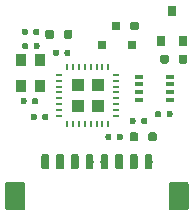
<source format=gtp>
G04 #@! TF.GenerationSoftware,KiCad,Pcbnew,(5.0.1-3-g963ef8bb5)*
G04 #@! TF.CreationDate,2018-10-28T18:09:26+01:00*
G04 #@! TF.ProjectId,can-io-board,63616E2D696F2D626F6172642E6B6963,rev?*
G04 #@! TF.SameCoordinates,Original*
G04 #@! TF.FileFunction,Paste,Top*
G04 #@! TF.FilePolarity,Positive*
%FSLAX46Y46*%
G04 Gerber Fmt 4.6, Leading zero omitted, Abs format (unit mm)*
G04 Created by KiCad (PCBNEW (5.0.1-3-g963ef8bb5)) date 2018 October 28, Sunday 18:09:26*
%MOMM*%
%LPD*%
G01*
G04 APERTURE LIST*
%ADD10C,0.100000*%
%ADD11C,0.640000*%
%ADD12C,1.680000*%
%ADD13R,0.560000X0.200000*%
%ADD14R,0.200000X0.560000*%
%ADD15R,1.035000X1.035000*%
%ADD16R,0.640000X0.960000*%
%ADD17R,0.800000X0.360000*%
%ADD18C,0.700000*%
%ADD19C,0.472000*%
%ADD20R,0.920000X1.120000*%
%ADD21R,0.800000X0.800000*%
G04 APERTURE END LIST*
D10*
G04 #@! TO.C,J2*
G36*
X87800683Y-78560770D02*
X87816214Y-78563074D01*
X87831446Y-78566890D01*
X87846229Y-78572179D01*
X87860423Y-78578893D01*
X87873891Y-78586965D01*
X87886503Y-78596318D01*
X87898137Y-78606863D01*
X87908682Y-78618497D01*
X87918035Y-78631109D01*
X87926107Y-78644577D01*
X87932821Y-78658771D01*
X87938110Y-78673554D01*
X87941926Y-78688786D01*
X87944230Y-78704317D01*
X87945000Y-78720000D01*
X87945000Y-79680000D01*
X87944230Y-79695683D01*
X87941926Y-79711214D01*
X87938110Y-79726446D01*
X87932821Y-79741229D01*
X87926107Y-79755423D01*
X87918035Y-79768891D01*
X87908682Y-79781503D01*
X87898137Y-79793137D01*
X87886503Y-79803682D01*
X87873891Y-79813035D01*
X87860423Y-79821107D01*
X87846229Y-79827821D01*
X87831446Y-79833110D01*
X87816214Y-79836926D01*
X87800683Y-79839230D01*
X87785000Y-79840000D01*
X87465000Y-79840000D01*
X87449317Y-79839230D01*
X87433786Y-79836926D01*
X87418554Y-79833110D01*
X87403771Y-79827821D01*
X87389577Y-79821107D01*
X87376109Y-79813035D01*
X87363497Y-79803682D01*
X87351863Y-79793137D01*
X87341318Y-79781503D01*
X87331965Y-79768891D01*
X87323893Y-79755423D01*
X87317179Y-79741229D01*
X87311890Y-79726446D01*
X87308074Y-79711214D01*
X87305770Y-79695683D01*
X87305000Y-79680000D01*
X87305000Y-78720000D01*
X87305770Y-78704317D01*
X87308074Y-78688786D01*
X87311890Y-78673554D01*
X87317179Y-78658771D01*
X87323893Y-78644577D01*
X87331965Y-78631109D01*
X87341318Y-78618497D01*
X87351863Y-78606863D01*
X87363497Y-78596318D01*
X87376109Y-78586965D01*
X87389577Y-78578893D01*
X87403771Y-78572179D01*
X87418554Y-78566890D01*
X87433786Y-78563074D01*
X87449317Y-78560770D01*
X87465000Y-78560000D01*
X87785000Y-78560000D01*
X87800683Y-78560770D01*
X87800683Y-78560770D01*
G37*
D11*
X87625000Y-79200000D03*
D10*
G36*
X89050683Y-78560770D02*
X89066214Y-78563074D01*
X89081446Y-78566890D01*
X89096229Y-78572179D01*
X89110423Y-78578893D01*
X89123891Y-78586965D01*
X89136503Y-78596318D01*
X89148137Y-78606863D01*
X89158682Y-78618497D01*
X89168035Y-78631109D01*
X89176107Y-78644577D01*
X89182821Y-78658771D01*
X89188110Y-78673554D01*
X89191926Y-78688786D01*
X89194230Y-78704317D01*
X89195000Y-78720000D01*
X89195000Y-79680000D01*
X89194230Y-79695683D01*
X89191926Y-79711214D01*
X89188110Y-79726446D01*
X89182821Y-79741229D01*
X89176107Y-79755423D01*
X89168035Y-79768891D01*
X89158682Y-79781503D01*
X89148137Y-79793137D01*
X89136503Y-79803682D01*
X89123891Y-79813035D01*
X89110423Y-79821107D01*
X89096229Y-79827821D01*
X89081446Y-79833110D01*
X89066214Y-79836926D01*
X89050683Y-79839230D01*
X89035000Y-79840000D01*
X88715000Y-79840000D01*
X88699317Y-79839230D01*
X88683786Y-79836926D01*
X88668554Y-79833110D01*
X88653771Y-79827821D01*
X88639577Y-79821107D01*
X88626109Y-79813035D01*
X88613497Y-79803682D01*
X88601863Y-79793137D01*
X88591318Y-79781503D01*
X88581965Y-79768891D01*
X88573893Y-79755423D01*
X88567179Y-79741229D01*
X88561890Y-79726446D01*
X88558074Y-79711214D01*
X88555770Y-79695683D01*
X88555000Y-79680000D01*
X88555000Y-78720000D01*
X88555770Y-78704317D01*
X88558074Y-78688786D01*
X88561890Y-78673554D01*
X88567179Y-78658771D01*
X88573893Y-78644577D01*
X88581965Y-78631109D01*
X88591318Y-78618497D01*
X88601863Y-78606863D01*
X88613497Y-78596318D01*
X88626109Y-78586965D01*
X88639577Y-78578893D01*
X88653771Y-78572179D01*
X88668554Y-78566890D01*
X88683786Y-78563074D01*
X88699317Y-78560770D01*
X88715000Y-78560000D01*
X89035000Y-78560000D01*
X89050683Y-78560770D01*
X89050683Y-78560770D01*
G37*
D11*
X88875000Y-79200000D03*
D10*
G36*
X90300683Y-78560770D02*
X90316214Y-78563074D01*
X90331446Y-78566890D01*
X90346229Y-78572179D01*
X90360423Y-78578893D01*
X90373891Y-78586965D01*
X90386503Y-78596318D01*
X90398137Y-78606863D01*
X90408682Y-78618497D01*
X90418035Y-78631109D01*
X90426107Y-78644577D01*
X90432821Y-78658771D01*
X90438110Y-78673554D01*
X90441926Y-78688786D01*
X90444230Y-78704317D01*
X90445000Y-78720000D01*
X90445000Y-79680000D01*
X90444230Y-79695683D01*
X90441926Y-79711214D01*
X90438110Y-79726446D01*
X90432821Y-79741229D01*
X90426107Y-79755423D01*
X90418035Y-79768891D01*
X90408682Y-79781503D01*
X90398137Y-79793137D01*
X90386503Y-79803682D01*
X90373891Y-79813035D01*
X90360423Y-79821107D01*
X90346229Y-79827821D01*
X90331446Y-79833110D01*
X90316214Y-79836926D01*
X90300683Y-79839230D01*
X90285000Y-79840000D01*
X89965000Y-79840000D01*
X89949317Y-79839230D01*
X89933786Y-79836926D01*
X89918554Y-79833110D01*
X89903771Y-79827821D01*
X89889577Y-79821107D01*
X89876109Y-79813035D01*
X89863497Y-79803682D01*
X89851863Y-79793137D01*
X89841318Y-79781503D01*
X89831965Y-79768891D01*
X89823893Y-79755423D01*
X89817179Y-79741229D01*
X89811890Y-79726446D01*
X89808074Y-79711214D01*
X89805770Y-79695683D01*
X89805000Y-79680000D01*
X89805000Y-78720000D01*
X89805770Y-78704317D01*
X89808074Y-78688786D01*
X89811890Y-78673554D01*
X89817179Y-78658771D01*
X89823893Y-78644577D01*
X89831965Y-78631109D01*
X89841318Y-78618497D01*
X89851863Y-78606863D01*
X89863497Y-78596318D01*
X89876109Y-78586965D01*
X89889577Y-78578893D01*
X89903771Y-78572179D01*
X89918554Y-78566890D01*
X89933786Y-78563074D01*
X89949317Y-78560770D01*
X89965000Y-78560000D01*
X90285000Y-78560000D01*
X90300683Y-78560770D01*
X90300683Y-78560770D01*
G37*
D11*
X90125000Y-79200000D03*
D10*
G36*
X91550683Y-78560770D02*
X91566214Y-78563074D01*
X91581446Y-78566890D01*
X91596229Y-78572179D01*
X91610423Y-78578893D01*
X91623891Y-78586965D01*
X91636503Y-78596318D01*
X91648137Y-78606863D01*
X91658682Y-78618497D01*
X91668035Y-78631109D01*
X91676107Y-78644577D01*
X91682821Y-78658771D01*
X91688110Y-78673554D01*
X91691926Y-78688786D01*
X91694230Y-78704317D01*
X91695000Y-78720000D01*
X91695000Y-79680000D01*
X91694230Y-79695683D01*
X91691926Y-79711214D01*
X91688110Y-79726446D01*
X91682821Y-79741229D01*
X91676107Y-79755423D01*
X91668035Y-79768891D01*
X91658682Y-79781503D01*
X91648137Y-79793137D01*
X91636503Y-79803682D01*
X91623891Y-79813035D01*
X91610423Y-79821107D01*
X91596229Y-79827821D01*
X91581446Y-79833110D01*
X91566214Y-79836926D01*
X91550683Y-79839230D01*
X91535000Y-79840000D01*
X91215000Y-79840000D01*
X91199317Y-79839230D01*
X91183786Y-79836926D01*
X91168554Y-79833110D01*
X91153771Y-79827821D01*
X91139577Y-79821107D01*
X91126109Y-79813035D01*
X91113497Y-79803682D01*
X91101863Y-79793137D01*
X91091318Y-79781503D01*
X91081965Y-79768891D01*
X91073893Y-79755423D01*
X91067179Y-79741229D01*
X91061890Y-79726446D01*
X91058074Y-79711214D01*
X91055770Y-79695683D01*
X91055000Y-79680000D01*
X91055000Y-78720000D01*
X91055770Y-78704317D01*
X91058074Y-78688786D01*
X91061890Y-78673554D01*
X91067179Y-78658771D01*
X91073893Y-78644577D01*
X91081965Y-78631109D01*
X91091318Y-78618497D01*
X91101863Y-78606863D01*
X91113497Y-78596318D01*
X91126109Y-78586965D01*
X91139577Y-78578893D01*
X91153771Y-78572179D01*
X91168554Y-78566890D01*
X91183786Y-78563074D01*
X91199317Y-78560770D01*
X91215000Y-78560000D01*
X91535000Y-78560000D01*
X91550683Y-78560770D01*
X91550683Y-78560770D01*
G37*
D11*
X91375000Y-79200000D03*
D10*
G36*
X92800683Y-78560770D02*
X92816214Y-78563074D01*
X92831446Y-78566890D01*
X92846229Y-78572179D01*
X92860423Y-78578893D01*
X92873891Y-78586965D01*
X92886503Y-78596318D01*
X92898137Y-78606863D01*
X92908682Y-78618497D01*
X92918035Y-78631109D01*
X92926107Y-78644577D01*
X92932821Y-78658771D01*
X92938110Y-78673554D01*
X92941926Y-78688786D01*
X92944230Y-78704317D01*
X92945000Y-78720000D01*
X92945000Y-79680000D01*
X92944230Y-79695683D01*
X92941926Y-79711214D01*
X92938110Y-79726446D01*
X92932821Y-79741229D01*
X92926107Y-79755423D01*
X92918035Y-79768891D01*
X92908682Y-79781503D01*
X92898137Y-79793137D01*
X92886503Y-79803682D01*
X92873891Y-79813035D01*
X92860423Y-79821107D01*
X92846229Y-79827821D01*
X92831446Y-79833110D01*
X92816214Y-79836926D01*
X92800683Y-79839230D01*
X92785000Y-79840000D01*
X92465000Y-79840000D01*
X92449317Y-79839230D01*
X92433786Y-79836926D01*
X92418554Y-79833110D01*
X92403771Y-79827821D01*
X92389577Y-79821107D01*
X92376109Y-79813035D01*
X92363497Y-79803682D01*
X92351863Y-79793137D01*
X92341318Y-79781503D01*
X92331965Y-79768891D01*
X92323893Y-79755423D01*
X92317179Y-79741229D01*
X92311890Y-79726446D01*
X92308074Y-79711214D01*
X92305770Y-79695683D01*
X92305000Y-79680000D01*
X92305000Y-78720000D01*
X92305770Y-78704317D01*
X92308074Y-78688786D01*
X92311890Y-78673554D01*
X92317179Y-78658771D01*
X92323893Y-78644577D01*
X92331965Y-78631109D01*
X92341318Y-78618497D01*
X92351863Y-78606863D01*
X92363497Y-78596318D01*
X92376109Y-78586965D01*
X92389577Y-78578893D01*
X92403771Y-78572179D01*
X92418554Y-78566890D01*
X92433786Y-78563074D01*
X92449317Y-78560770D01*
X92465000Y-78560000D01*
X92785000Y-78560000D01*
X92800683Y-78560770D01*
X92800683Y-78560770D01*
G37*
D11*
X92625000Y-79200000D03*
D10*
G36*
X94050683Y-78560770D02*
X94066214Y-78563074D01*
X94081446Y-78566890D01*
X94096229Y-78572179D01*
X94110423Y-78578893D01*
X94123891Y-78586965D01*
X94136503Y-78596318D01*
X94148137Y-78606863D01*
X94158682Y-78618497D01*
X94168035Y-78631109D01*
X94176107Y-78644577D01*
X94182821Y-78658771D01*
X94188110Y-78673554D01*
X94191926Y-78688786D01*
X94194230Y-78704317D01*
X94195000Y-78720000D01*
X94195000Y-79680000D01*
X94194230Y-79695683D01*
X94191926Y-79711214D01*
X94188110Y-79726446D01*
X94182821Y-79741229D01*
X94176107Y-79755423D01*
X94168035Y-79768891D01*
X94158682Y-79781503D01*
X94148137Y-79793137D01*
X94136503Y-79803682D01*
X94123891Y-79813035D01*
X94110423Y-79821107D01*
X94096229Y-79827821D01*
X94081446Y-79833110D01*
X94066214Y-79836926D01*
X94050683Y-79839230D01*
X94035000Y-79840000D01*
X93715000Y-79840000D01*
X93699317Y-79839230D01*
X93683786Y-79836926D01*
X93668554Y-79833110D01*
X93653771Y-79827821D01*
X93639577Y-79821107D01*
X93626109Y-79813035D01*
X93613497Y-79803682D01*
X93601863Y-79793137D01*
X93591318Y-79781503D01*
X93581965Y-79768891D01*
X93573893Y-79755423D01*
X93567179Y-79741229D01*
X93561890Y-79726446D01*
X93558074Y-79711214D01*
X93555770Y-79695683D01*
X93555000Y-79680000D01*
X93555000Y-78720000D01*
X93555770Y-78704317D01*
X93558074Y-78688786D01*
X93561890Y-78673554D01*
X93567179Y-78658771D01*
X93573893Y-78644577D01*
X93581965Y-78631109D01*
X93591318Y-78618497D01*
X93601863Y-78606863D01*
X93613497Y-78596318D01*
X93626109Y-78586965D01*
X93639577Y-78578893D01*
X93653771Y-78572179D01*
X93668554Y-78566890D01*
X93683786Y-78563074D01*
X93699317Y-78560770D01*
X93715000Y-78560000D01*
X94035000Y-78560000D01*
X94050683Y-78560770D01*
X94050683Y-78560770D01*
G37*
D11*
X93875000Y-79200000D03*
D10*
G36*
X95300683Y-78560770D02*
X95316214Y-78563074D01*
X95331446Y-78566890D01*
X95346229Y-78572179D01*
X95360423Y-78578893D01*
X95373891Y-78586965D01*
X95386503Y-78596318D01*
X95398137Y-78606863D01*
X95408682Y-78618497D01*
X95418035Y-78631109D01*
X95426107Y-78644577D01*
X95432821Y-78658771D01*
X95438110Y-78673554D01*
X95441926Y-78688786D01*
X95444230Y-78704317D01*
X95445000Y-78720000D01*
X95445000Y-79680000D01*
X95444230Y-79695683D01*
X95441926Y-79711214D01*
X95438110Y-79726446D01*
X95432821Y-79741229D01*
X95426107Y-79755423D01*
X95418035Y-79768891D01*
X95408682Y-79781503D01*
X95398137Y-79793137D01*
X95386503Y-79803682D01*
X95373891Y-79813035D01*
X95360423Y-79821107D01*
X95346229Y-79827821D01*
X95331446Y-79833110D01*
X95316214Y-79836926D01*
X95300683Y-79839230D01*
X95285000Y-79840000D01*
X94965000Y-79840000D01*
X94949317Y-79839230D01*
X94933786Y-79836926D01*
X94918554Y-79833110D01*
X94903771Y-79827821D01*
X94889577Y-79821107D01*
X94876109Y-79813035D01*
X94863497Y-79803682D01*
X94851863Y-79793137D01*
X94841318Y-79781503D01*
X94831965Y-79768891D01*
X94823893Y-79755423D01*
X94817179Y-79741229D01*
X94811890Y-79726446D01*
X94808074Y-79711214D01*
X94805770Y-79695683D01*
X94805000Y-79680000D01*
X94805000Y-78720000D01*
X94805770Y-78704317D01*
X94808074Y-78688786D01*
X94811890Y-78673554D01*
X94817179Y-78658771D01*
X94823893Y-78644577D01*
X94831965Y-78631109D01*
X94841318Y-78618497D01*
X94851863Y-78606863D01*
X94863497Y-78596318D01*
X94876109Y-78586965D01*
X94889577Y-78578893D01*
X94903771Y-78572179D01*
X94918554Y-78566890D01*
X94933786Y-78563074D01*
X94949317Y-78560770D01*
X94965000Y-78560000D01*
X95285000Y-78560000D01*
X95300683Y-78560770D01*
X95300683Y-78560770D01*
G37*
D11*
X95125000Y-79200000D03*
D10*
G36*
X96550683Y-78560770D02*
X96566214Y-78563074D01*
X96581446Y-78566890D01*
X96596229Y-78572179D01*
X96610423Y-78578893D01*
X96623891Y-78586965D01*
X96636503Y-78596318D01*
X96648137Y-78606863D01*
X96658682Y-78618497D01*
X96668035Y-78631109D01*
X96676107Y-78644577D01*
X96682821Y-78658771D01*
X96688110Y-78673554D01*
X96691926Y-78688786D01*
X96694230Y-78704317D01*
X96695000Y-78720000D01*
X96695000Y-79680000D01*
X96694230Y-79695683D01*
X96691926Y-79711214D01*
X96688110Y-79726446D01*
X96682821Y-79741229D01*
X96676107Y-79755423D01*
X96668035Y-79768891D01*
X96658682Y-79781503D01*
X96648137Y-79793137D01*
X96636503Y-79803682D01*
X96623891Y-79813035D01*
X96610423Y-79821107D01*
X96596229Y-79827821D01*
X96581446Y-79833110D01*
X96566214Y-79836926D01*
X96550683Y-79839230D01*
X96535000Y-79840000D01*
X96215000Y-79840000D01*
X96199317Y-79839230D01*
X96183786Y-79836926D01*
X96168554Y-79833110D01*
X96153771Y-79827821D01*
X96139577Y-79821107D01*
X96126109Y-79813035D01*
X96113497Y-79803682D01*
X96101863Y-79793137D01*
X96091318Y-79781503D01*
X96081965Y-79768891D01*
X96073893Y-79755423D01*
X96067179Y-79741229D01*
X96061890Y-79726446D01*
X96058074Y-79711214D01*
X96055770Y-79695683D01*
X96055000Y-79680000D01*
X96055000Y-78720000D01*
X96055770Y-78704317D01*
X96058074Y-78688786D01*
X96061890Y-78673554D01*
X96067179Y-78658771D01*
X96073893Y-78644577D01*
X96081965Y-78631109D01*
X96091318Y-78618497D01*
X96101863Y-78606863D01*
X96113497Y-78596318D01*
X96126109Y-78586965D01*
X96139577Y-78578893D01*
X96153771Y-78572179D01*
X96168554Y-78566890D01*
X96183786Y-78563074D01*
X96199317Y-78560770D01*
X96215000Y-78560000D01*
X96535000Y-78560000D01*
X96550683Y-78560770D01*
X96550683Y-78560770D01*
G37*
D11*
X96375000Y-79200000D03*
D10*
G36*
X85734603Y-80900963D02*
X85754018Y-80903843D01*
X85773057Y-80908612D01*
X85791537Y-80915224D01*
X85809279Y-80923616D01*
X85826114Y-80933706D01*
X85841879Y-80945398D01*
X85856421Y-80958579D01*
X85869602Y-80973121D01*
X85881294Y-80988886D01*
X85891384Y-81005721D01*
X85899776Y-81023463D01*
X85906388Y-81041943D01*
X85911157Y-81060982D01*
X85914037Y-81080397D01*
X85915000Y-81100000D01*
X85915000Y-83100000D01*
X85914037Y-83119603D01*
X85911157Y-83139018D01*
X85906388Y-83158057D01*
X85899776Y-83176537D01*
X85891384Y-83194279D01*
X85881294Y-83211114D01*
X85869602Y-83226879D01*
X85856421Y-83241421D01*
X85841879Y-83254602D01*
X85826114Y-83266294D01*
X85809279Y-83276384D01*
X85791537Y-83284776D01*
X85773057Y-83291388D01*
X85754018Y-83296157D01*
X85734603Y-83299037D01*
X85715000Y-83300000D01*
X84435000Y-83300000D01*
X84415397Y-83299037D01*
X84395982Y-83296157D01*
X84376943Y-83291388D01*
X84358463Y-83284776D01*
X84340721Y-83276384D01*
X84323886Y-83266294D01*
X84308121Y-83254602D01*
X84293579Y-83241421D01*
X84280398Y-83226879D01*
X84268706Y-83211114D01*
X84258616Y-83194279D01*
X84250224Y-83176537D01*
X84243612Y-83158057D01*
X84238843Y-83139018D01*
X84235963Y-83119603D01*
X84235000Y-83100000D01*
X84235000Y-81100000D01*
X84235963Y-81080397D01*
X84238843Y-81060982D01*
X84243612Y-81041943D01*
X84250224Y-81023463D01*
X84258616Y-81005721D01*
X84268706Y-80988886D01*
X84280398Y-80973121D01*
X84293579Y-80958579D01*
X84308121Y-80945398D01*
X84323886Y-80933706D01*
X84340721Y-80923616D01*
X84358463Y-80915224D01*
X84376943Y-80908612D01*
X84395982Y-80903843D01*
X84415397Y-80900963D01*
X84435000Y-80900000D01*
X85715000Y-80900000D01*
X85734603Y-80900963D01*
X85734603Y-80900963D01*
G37*
D12*
X85075000Y-82100000D03*
D10*
G36*
X99584603Y-80900963D02*
X99604018Y-80903843D01*
X99623057Y-80908612D01*
X99641537Y-80915224D01*
X99659279Y-80923616D01*
X99676114Y-80933706D01*
X99691879Y-80945398D01*
X99706421Y-80958579D01*
X99719602Y-80973121D01*
X99731294Y-80988886D01*
X99741384Y-81005721D01*
X99749776Y-81023463D01*
X99756388Y-81041943D01*
X99761157Y-81060982D01*
X99764037Y-81080397D01*
X99765000Y-81100000D01*
X99765000Y-83100000D01*
X99764037Y-83119603D01*
X99761157Y-83139018D01*
X99756388Y-83158057D01*
X99749776Y-83176537D01*
X99741384Y-83194279D01*
X99731294Y-83211114D01*
X99719602Y-83226879D01*
X99706421Y-83241421D01*
X99691879Y-83254602D01*
X99676114Y-83266294D01*
X99659279Y-83276384D01*
X99641537Y-83284776D01*
X99623057Y-83291388D01*
X99604018Y-83296157D01*
X99584603Y-83299037D01*
X99565000Y-83300000D01*
X98285000Y-83300000D01*
X98265397Y-83299037D01*
X98245982Y-83296157D01*
X98226943Y-83291388D01*
X98208463Y-83284776D01*
X98190721Y-83276384D01*
X98173886Y-83266294D01*
X98158121Y-83254602D01*
X98143579Y-83241421D01*
X98130398Y-83226879D01*
X98118706Y-83211114D01*
X98108616Y-83194279D01*
X98100224Y-83176537D01*
X98093612Y-83158057D01*
X98088843Y-83139018D01*
X98085963Y-83119603D01*
X98085000Y-83100000D01*
X98085000Y-81100000D01*
X98085963Y-81080397D01*
X98088843Y-81060982D01*
X98093612Y-81041943D01*
X98100224Y-81023463D01*
X98108616Y-81005721D01*
X98118706Y-80988886D01*
X98130398Y-80973121D01*
X98143579Y-80958579D01*
X98158121Y-80945398D01*
X98173886Y-80933706D01*
X98190721Y-80923616D01*
X98208463Y-80915224D01*
X98226943Y-80908612D01*
X98245982Y-80903843D01*
X98265397Y-80900963D01*
X98285000Y-80900000D01*
X99565000Y-80900000D01*
X99584603Y-80900963D01*
X99584603Y-80900963D01*
G37*
D12*
X98925000Y-82100000D03*
G04 #@! TD*
D13*
G04 #@! TO.C,U1*
X88820000Y-71830000D03*
X88820000Y-72330000D03*
X88820000Y-72830000D03*
X88820000Y-73330000D03*
X88820000Y-73830000D03*
X88820000Y-74330000D03*
X88820000Y-74830000D03*
X88820000Y-75330000D03*
D14*
X89470000Y-75980000D03*
X89970000Y-75980000D03*
X90470000Y-75980000D03*
X90970000Y-75980000D03*
X91470000Y-75980000D03*
X91970000Y-75980000D03*
X92470000Y-75980000D03*
X92970000Y-75980000D03*
D13*
X93620000Y-75330000D03*
X93620000Y-74830000D03*
X93620000Y-74330000D03*
X93620000Y-73830000D03*
X93620000Y-73330000D03*
X93620000Y-72830000D03*
X93620000Y-72330000D03*
X93620000Y-71830000D03*
D14*
X92970000Y-71180000D03*
X92470000Y-71180000D03*
X91970000Y-71180000D03*
X91470000Y-71180000D03*
X90970000Y-71180000D03*
X90470000Y-71180000D03*
X89970000Y-71180000D03*
X89470000Y-71180000D03*
D15*
X92082500Y-74442500D03*
X92082500Y-72717500D03*
X90357500Y-74442500D03*
X90357500Y-72717500D03*
G04 #@! TD*
D16*
G04 #@! TO.C,U2*
X98350000Y-66400000D03*
X99300000Y-69000000D03*
X97400000Y-69000000D03*
G04 #@! TD*
D17*
G04 #@! TO.C,U3*
X98180000Y-71990000D03*
X98180000Y-72640000D03*
X98180000Y-73290000D03*
X98180000Y-73940000D03*
X95580000Y-73940000D03*
X95580000Y-73290000D03*
X95580000Y-72640000D03*
X95580000Y-71990000D03*
G04 #@! TD*
D10*
G04 #@! TO.C,C1*
G36*
X88184653Y-68020843D02*
X88201641Y-68023363D01*
X88218300Y-68027535D01*
X88234470Y-68033321D01*
X88249994Y-68040664D01*
X88264725Y-68049493D01*
X88278519Y-68059723D01*
X88291244Y-68071256D01*
X88302777Y-68083981D01*
X88313007Y-68097775D01*
X88321836Y-68112506D01*
X88329179Y-68128030D01*
X88334965Y-68144200D01*
X88339137Y-68160859D01*
X88341657Y-68177847D01*
X88342500Y-68195000D01*
X88342500Y-68605000D01*
X88341657Y-68622153D01*
X88339137Y-68639141D01*
X88334965Y-68655800D01*
X88329179Y-68671970D01*
X88321836Y-68687494D01*
X88313007Y-68702225D01*
X88302777Y-68716019D01*
X88291244Y-68728744D01*
X88278519Y-68740277D01*
X88264725Y-68750507D01*
X88249994Y-68759336D01*
X88234470Y-68766679D01*
X88218300Y-68772465D01*
X88201641Y-68776637D01*
X88184653Y-68779157D01*
X88167500Y-68780000D01*
X87817500Y-68780000D01*
X87800347Y-68779157D01*
X87783359Y-68776637D01*
X87766700Y-68772465D01*
X87750530Y-68766679D01*
X87735006Y-68759336D01*
X87720275Y-68750507D01*
X87706481Y-68740277D01*
X87693756Y-68728744D01*
X87682223Y-68716019D01*
X87671993Y-68702225D01*
X87663164Y-68687494D01*
X87655821Y-68671970D01*
X87650035Y-68655800D01*
X87645863Y-68639141D01*
X87643343Y-68622153D01*
X87642500Y-68605000D01*
X87642500Y-68195000D01*
X87643343Y-68177847D01*
X87645863Y-68160859D01*
X87650035Y-68144200D01*
X87655821Y-68128030D01*
X87663164Y-68112506D01*
X87671993Y-68097775D01*
X87682223Y-68083981D01*
X87693756Y-68071256D01*
X87706481Y-68059723D01*
X87720275Y-68049493D01*
X87735006Y-68040664D01*
X87750530Y-68033321D01*
X87766700Y-68027535D01*
X87783359Y-68023363D01*
X87800347Y-68020843D01*
X87817500Y-68020000D01*
X88167500Y-68020000D01*
X88184653Y-68020843D01*
X88184653Y-68020843D01*
G37*
D18*
X87992500Y-68400000D03*
D10*
G36*
X89759653Y-68020843D02*
X89776641Y-68023363D01*
X89793300Y-68027535D01*
X89809470Y-68033321D01*
X89824994Y-68040664D01*
X89839725Y-68049493D01*
X89853519Y-68059723D01*
X89866244Y-68071256D01*
X89877777Y-68083981D01*
X89888007Y-68097775D01*
X89896836Y-68112506D01*
X89904179Y-68128030D01*
X89909965Y-68144200D01*
X89914137Y-68160859D01*
X89916657Y-68177847D01*
X89917500Y-68195000D01*
X89917500Y-68605000D01*
X89916657Y-68622153D01*
X89914137Y-68639141D01*
X89909965Y-68655800D01*
X89904179Y-68671970D01*
X89896836Y-68687494D01*
X89888007Y-68702225D01*
X89877777Y-68716019D01*
X89866244Y-68728744D01*
X89853519Y-68740277D01*
X89839725Y-68750507D01*
X89824994Y-68759336D01*
X89809470Y-68766679D01*
X89793300Y-68772465D01*
X89776641Y-68776637D01*
X89759653Y-68779157D01*
X89742500Y-68780000D01*
X89392500Y-68780000D01*
X89375347Y-68779157D01*
X89358359Y-68776637D01*
X89341700Y-68772465D01*
X89325530Y-68766679D01*
X89310006Y-68759336D01*
X89295275Y-68750507D01*
X89281481Y-68740277D01*
X89268756Y-68728744D01*
X89257223Y-68716019D01*
X89246993Y-68702225D01*
X89238164Y-68687494D01*
X89230821Y-68671970D01*
X89225035Y-68655800D01*
X89220863Y-68639141D01*
X89218343Y-68622153D01*
X89217500Y-68605000D01*
X89217500Y-68195000D01*
X89218343Y-68177847D01*
X89220863Y-68160859D01*
X89225035Y-68144200D01*
X89230821Y-68128030D01*
X89238164Y-68112506D01*
X89246993Y-68097775D01*
X89257223Y-68083981D01*
X89268756Y-68071256D01*
X89281481Y-68059723D01*
X89295275Y-68049493D01*
X89310006Y-68040664D01*
X89325530Y-68033321D01*
X89341700Y-68027535D01*
X89358359Y-68023363D01*
X89375347Y-68020843D01*
X89392500Y-68020000D01*
X89742500Y-68020000D01*
X89759653Y-68020843D01*
X89759653Y-68020843D01*
G37*
D18*
X89567500Y-68400000D03*
G04 #@! TD*
D10*
G04 #@! TO.C,C2*
G36*
X96124566Y-75484568D02*
X96136021Y-75486267D01*
X96147254Y-75489081D01*
X96158157Y-75492982D01*
X96168625Y-75497933D01*
X96178557Y-75503887D01*
X96187858Y-75510785D01*
X96196439Y-75518561D01*
X96204215Y-75527142D01*
X96211113Y-75536443D01*
X96217067Y-75546375D01*
X96222018Y-75556843D01*
X96225919Y-75567746D01*
X96228733Y-75578979D01*
X96230432Y-75590434D01*
X96231000Y-75602000D01*
X96231000Y-75878000D01*
X96230432Y-75889566D01*
X96228733Y-75901021D01*
X96225919Y-75912254D01*
X96222018Y-75923157D01*
X96217067Y-75933625D01*
X96211113Y-75943557D01*
X96204215Y-75952858D01*
X96196439Y-75961439D01*
X96187858Y-75969215D01*
X96178557Y-75976113D01*
X96168625Y-75982067D01*
X96158157Y-75987018D01*
X96147254Y-75990919D01*
X96136021Y-75993733D01*
X96124566Y-75995432D01*
X96113000Y-75996000D01*
X95877000Y-75996000D01*
X95865434Y-75995432D01*
X95853979Y-75993733D01*
X95842746Y-75990919D01*
X95831843Y-75987018D01*
X95821375Y-75982067D01*
X95811443Y-75976113D01*
X95802142Y-75969215D01*
X95793561Y-75961439D01*
X95785785Y-75952858D01*
X95778887Y-75943557D01*
X95772933Y-75933625D01*
X95767982Y-75923157D01*
X95764081Y-75912254D01*
X95761267Y-75901021D01*
X95759568Y-75889566D01*
X95759000Y-75878000D01*
X95759000Y-75602000D01*
X95759568Y-75590434D01*
X95761267Y-75578979D01*
X95764081Y-75567746D01*
X95767982Y-75556843D01*
X95772933Y-75546375D01*
X95778887Y-75536443D01*
X95785785Y-75527142D01*
X95793561Y-75518561D01*
X95802142Y-75510785D01*
X95811443Y-75503887D01*
X95821375Y-75497933D01*
X95831843Y-75492982D01*
X95842746Y-75489081D01*
X95853979Y-75486267D01*
X95865434Y-75484568D01*
X95877000Y-75484000D01*
X96113000Y-75484000D01*
X96124566Y-75484568D01*
X96124566Y-75484568D01*
G37*
D19*
X95995000Y-75740000D03*
D10*
G36*
X95154566Y-75484568D02*
X95166021Y-75486267D01*
X95177254Y-75489081D01*
X95188157Y-75492982D01*
X95198625Y-75497933D01*
X95208557Y-75503887D01*
X95217858Y-75510785D01*
X95226439Y-75518561D01*
X95234215Y-75527142D01*
X95241113Y-75536443D01*
X95247067Y-75546375D01*
X95252018Y-75556843D01*
X95255919Y-75567746D01*
X95258733Y-75578979D01*
X95260432Y-75590434D01*
X95261000Y-75602000D01*
X95261000Y-75878000D01*
X95260432Y-75889566D01*
X95258733Y-75901021D01*
X95255919Y-75912254D01*
X95252018Y-75923157D01*
X95247067Y-75933625D01*
X95241113Y-75943557D01*
X95234215Y-75952858D01*
X95226439Y-75961439D01*
X95217858Y-75969215D01*
X95208557Y-75976113D01*
X95198625Y-75982067D01*
X95188157Y-75987018D01*
X95177254Y-75990919D01*
X95166021Y-75993733D01*
X95154566Y-75995432D01*
X95143000Y-75996000D01*
X94907000Y-75996000D01*
X94895434Y-75995432D01*
X94883979Y-75993733D01*
X94872746Y-75990919D01*
X94861843Y-75987018D01*
X94851375Y-75982067D01*
X94841443Y-75976113D01*
X94832142Y-75969215D01*
X94823561Y-75961439D01*
X94815785Y-75952858D01*
X94808887Y-75943557D01*
X94802933Y-75933625D01*
X94797982Y-75923157D01*
X94794081Y-75912254D01*
X94791267Y-75901021D01*
X94789568Y-75889566D01*
X94789000Y-75878000D01*
X94789000Y-75602000D01*
X94789568Y-75590434D01*
X94791267Y-75578979D01*
X94794081Y-75567746D01*
X94797982Y-75556843D01*
X94802933Y-75546375D01*
X94808887Y-75536443D01*
X94815785Y-75527142D01*
X94823561Y-75518561D01*
X94832142Y-75510785D01*
X94841443Y-75503887D01*
X94851375Y-75497933D01*
X94861843Y-75492982D01*
X94872746Y-75489081D01*
X94883979Y-75486267D01*
X94895434Y-75484568D01*
X94907000Y-75484000D01*
X95143000Y-75484000D01*
X95154566Y-75484568D01*
X95154566Y-75484568D01*
G37*
D19*
X95025000Y-75740000D03*
G04 #@! TD*
D10*
G04 #@! TO.C,C3*
G36*
X86784566Y-75154568D02*
X86796021Y-75156267D01*
X86807254Y-75159081D01*
X86818157Y-75162982D01*
X86828625Y-75167933D01*
X86838557Y-75173887D01*
X86847858Y-75180785D01*
X86856439Y-75188561D01*
X86864215Y-75197142D01*
X86871113Y-75206443D01*
X86877067Y-75216375D01*
X86882018Y-75226843D01*
X86885919Y-75237746D01*
X86888733Y-75248979D01*
X86890432Y-75260434D01*
X86891000Y-75272000D01*
X86891000Y-75548000D01*
X86890432Y-75559566D01*
X86888733Y-75571021D01*
X86885919Y-75582254D01*
X86882018Y-75593157D01*
X86877067Y-75603625D01*
X86871113Y-75613557D01*
X86864215Y-75622858D01*
X86856439Y-75631439D01*
X86847858Y-75639215D01*
X86838557Y-75646113D01*
X86828625Y-75652067D01*
X86818157Y-75657018D01*
X86807254Y-75660919D01*
X86796021Y-75663733D01*
X86784566Y-75665432D01*
X86773000Y-75666000D01*
X86537000Y-75666000D01*
X86525434Y-75665432D01*
X86513979Y-75663733D01*
X86502746Y-75660919D01*
X86491843Y-75657018D01*
X86481375Y-75652067D01*
X86471443Y-75646113D01*
X86462142Y-75639215D01*
X86453561Y-75631439D01*
X86445785Y-75622858D01*
X86438887Y-75613557D01*
X86432933Y-75603625D01*
X86427982Y-75593157D01*
X86424081Y-75582254D01*
X86421267Y-75571021D01*
X86419568Y-75559566D01*
X86419000Y-75548000D01*
X86419000Y-75272000D01*
X86419568Y-75260434D01*
X86421267Y-75248979D01*
X86424081Y-75237746D01*
X86427982Y-75226843D01*
X86432933Y-75216375D01*
X86438887Y-75206443D01*
X86445785Y-75197142D01*
X86453561Y-75188561D01*
X86462142Y-75180785D01*
X86471443Y-75173887D01*
X86481375Y-75167933D01*
X86491843Y-75162982D01*
X86502746Y-75159081D01*
X86513979Y-75156267D01*
X86525434Y-75154568D01*
X86537000Y-75154000D01*
X86773000Y-75154000D01*
X86784566Y-75154568D01*
X86784566Y-75154568D01*
G37*
D19*
X86655000Y-75410000D03*
D10*
G36*
X87754566Y-75154568D02*
X87766021Y-75156267D01*
X87777254Y-75159081D01*
X87788157Y-75162982D01*
X87798625Y-75167933D01*
X87808557Y-75173887D01*
X87817858Y-75180785D01*
X87826439Y-75188561D01*
X87834215Y-75197142D01*
X87841113Y-75206443D01*
X87847067Y-75216375D01*
X87852018Y-75226843D01*
X87855919Y-75237746D01*
X87858733Y-75248979D01*
X87860432Y-75260434D01*
X87861000Y-75272000D01*
X87861000Y-75548000D01*
X87860432Y-75559566D01*
X87858733Y-75571021D01*
X87855919Y-75582254D01*
X87852018Y-75593157D01*
X87847067Y-75603625D01*
X87841113Y-75613557D01*
X87834215Y-75622858D01*
X87826439Y-75631439D01*
X87817858Y-75639215D01*
X87808557Y-75646113D01*
X87798625Y-75652067D01*
X87788157Y-75657018D01*
X87777254Y-75660919D01*
X87766021Y-75663733D01*
X87754566Y-75665432D01*
X87743000Y-75666000D01*
X87507000Y-75666000D01*
X87495434Y-75665432D01*
X87483979Y-75663733D01*
X87472746Y-75660919D01*
X87461843Y-75657018D01*
X87451375Y-75652067D01*
X87441443Y-75646113D01*
X87432142Y-75639215D01*
X87423561Y-75631439D01*
X87415785Y-75622858D01*
X87408887Y-75613557D01*
X87402933Y-75603625D01*
X87397982Y-75593157D01*
X87394081Y-75582254D01*
X87391267Y-75571021D01*
X87389568Y-75559566D01*
X87389000Y-75548000D01*
X87389000Y-75272000D01*
X87389568Y-75260434D01*
X87391267Y-75248979D01*
X87394081Y-75237746D01*
X87397982Y-75226843D01*
X87402933Y-75216375D01*
X87408887Y-75206443D01*
X87415785Y-75197142D01*
X87423561Y-75188561D01*
X87432142Y-75180785D01*
X87441443Y-75173887D01*
X87451375Y-75167933D01*
X87461843Y-75162982D01*
X87472746Y-75159081D01*
X87483979Y-75156267D01*
X87495434Y-75154568D01*
X87507000Y-75154000D01*
X87743000Y-75154000D01*
X87754566Y-75154568D01*
X87754566Y-75154568D01*
G37*
D19*
X87625000Y-75410000D03*
G04 #@! TD*
D10*
G04 #@! TO.C,C4*
G36*
X86024566Y-67934568D02*
X86036021Y-67936267D01*
X86047254Y-67939081D01*
X86058157Y-67942982D01*
X86068625Y-67947933D01*
X86078557Y-67953887D01*
X86087858Y-67960785D01*
X86096439Y-67968561D01*
X86104215Y-67977142D01*
X86111113Y-67986443D01*
X86117067Y-67996375D01*
X86122018Y-68006843D01*
X86125919Y-68017746D01*
X86128733Y-68028979D01*
X86130432Y-68040434D01*
X86131000Y-68052000D01*
X86131000Y-68328000D01*
X86130432Y-68339566D01*
X86128733Y-68351021D01*
X86125919Y-68362254D01*
X86122018Y-68373157D01*
X86117067Y-68383625D01*
X86111113Y-68393557D01*
X86104215Y-68402858D01*
X86096439Y-68411439D01*
X86087858Y-68419215D01*
X86078557Y-68426113D01*
X86068625Y-68432067D01*
X86058157Y-68437018D01*
X86047254Y-68440919D01*
X86036021Y-68443733D01*
X86024566Y-68445432D01*
X86013000Y-68446000D01*
X85777000Y-68446000D01*
X85765434Y-68445432D01*
X85753979Y-68443733D01*
X85742746Y-68440919D01*
X85731843Y-68437018D01*
X85721375Y-68432067D01*
X85711443Y-68426113D01*
X85702142Y-68419215D01*
X85693561Y-68411439D01*
X85685785Y-68402858D01*
X85678887Y-68393557D01*
X85672933Y-68383625D01*
X85667982Y-68373157D01*
X85664081Y-68362254D01*
X85661267Y-68351021D01*
X85659568Y-68339566D01*
X85659000Y-68328000D01*
X85659000Y-68052000D01*
X85659568Y-68040434D01*
X85661267Y-68028979D01*
X85664081Y-68017746D01*
X85667982Y-68006843D01*
X85672933Y-67996375D01*
X85678887Y-67986443D01*
X85685785Y-67977142D01*
X85693561Y-67968561D01*
X85702142Y-67960785D01*
X85711443Y-67953887D01*
X85721375Y-67947933D01*
X85731843Y-67942982D01*
X85742746Y-67939081D01*
X85753979Y-67936267D01*
X85765434Y-67934568D01*
X85777000Y-67934000D01*
X86013000Y-67934000D01*
X86024566Y-67934568D01*
X86024566Y-67934568D01*
G37*
D19*
X85895000Y-68190000D03*
D10*
G36*
X86994566Y-67934568D02*
X87006021Y-67936267D01*
X87017254Y-67939081D01*
X87028157Y-67942982D01*
X87038625Y-67947933D01*
X87048557Y-67953887D01*
X87057858Y-67960785D01*
X87066439Y-67968561D01*
X87074215Y-67977142D01*
X87081113Y-67986443D01*
X87087067Y-67996375D01*
X87092018Y-68006843D01*
X87095919Y-68017746D01*
X87098733Y-68028979D01*
X87100432Y-68040434D01*
X87101000Y-68052000D01*
X87101000Y-68328000D01*
X87100432Y-68339566D01*
X87098733Y-68351021D01*
X87095919Y-68362254D01*
X87092018Y-68373157D01*
X87087067Y-68383625D01*
X87081113Y-68393557D01*
X87074215Y-68402858D01*
X87066439Y-68411439D01*
X87057858Y-68419215D01*
X87048557Y-68426113D01*
X87038625Y-68432067D01*
X87028157Y-68437018D01*
X87017254Y-68440919D01*
X87006021Y-68443733D01*
X86994566Y-68445432D01*
X86983000Y-68446000D01*
X86747000Y-68446000D01*
X86735434Y-68445432D01*
X86723979Y-68443733D01*
X86712746Y-68440919D01*
X86701843Y-68437018D01*
X86691375Y-68432067D01*
X86681443Y-68426113D01*
X86672142Y-68419215D01*
X86663561Y-68411439D01*
X86655785Y-68402858D01*
X86648887Y-68393557D01*
X86642933Y-68383625D01*
X86637982Y-68373157D01*
X86634081Y-68362254D01*
X86631267Y-68351021D01*
X86629568Y-68339566D01*
X86629000Y-68328000D01*
X86629000Y-68052000D01*
X86629568Y-68040434D01*
X86631267Y-68028979D01*
X86634081Y-68017746D01*
X86637982Y-68006843D01*
X86642933Y-67996375D01*
X86648887Y-67986443D01*
X86655785Y-67977142D01*
X86663561Y-67968561D01*
X86672142Y-67960785D01*
X86681443Y-67953887D01*
X86691375Y-67947933D01*
X86701843Y-67942982D01*
X86712746Y-67939081D01*
X86723979Y-67936267D01*
X86735434Y-67934568D01*
X86747000Y-67934000D01*
X86983000Y-67934000D01*
X86994566Y-67934568D01*
X86994566Y-67934568D01*
G37*
D19*
X86865000Y-68190000D03*
G04 #@! TD*
D10*
G04 #@! TO.C,C5*
G36*
X89624566Y-69704568D02*
X89636021Y-69706267D01*
X89647254Y-69709081D01*
X89658157Y-69712982D01*
X89668625Y-69717933D01*
X89678557Y-69723887D01*
X89687858Y-69730785D01*
X89696439Y-69738561D01*
X89704215Y-69747142D01*
X89711113Y-69756443D01*
X89717067Y-69766375D01*
X89722018Y-69776843D01*
X89725919Y-69787746D01*
X89728733Y-69798979D01*
X89730432Y-69810434D01*
X89731000Y-69822000D01*
X89731000Y-70098000D01*
X89730432Y-70109566D01*
X89728733Y-70121021D01*
X89725919Y-70132254D01*
X89722018Y-70143157D01*
X89717067Y-70153625D01*
X89711113Y-70163557D01*
X89704215Y-70172858D01*
X89696439Y-70181439D01*
X89687858Y-70189215D01*
X89678557Y-70196113D01*
X89668625Y-70202067D01*
X89658157Y-70207018D01*
X89647254Y-70210919D01*
X89636021Y-70213733D01*
X89624566Y-70215432D01*
X89613000Y-70216000D01*
X89377000Y-70216000D01*
X89365434Y-70215432D01*
X89353979Y-70213733D01*
X89342746Y-70210919D01*
X89331843Y-70207018D01*
X89321375Y-70202067D01*
X89311443Y-70196113D01*
X89302142Y-70189215D01*
X89293561Y-70181439D01*
X89285785Y-70172858D01*
X89278887Y-70163557D01*
X89272933Y-70153625D01*
X89267982Y-70143157D01*
X89264081Y-70132254D01*
X89261267Y-70121021D01*
X89259568Y-70109566D01*
X89259000Y-70098000D01*
X89259000Y-69822000D01*
X89259568Y-69810434D01*
X89261267Y-69798979D01*
X89264081Y-69787746D01*
X89267982Y-69776843D01*
X89272933Y-69766375D01*
X89278887Y-69756443D01*
X89285785Y-69747142D01*
X89293561Y-69738561D01*
X89302142Y-69730785D01*
X89311443Y-69723887D01*
X89321375Y-69717933D01*
X89331843Y-69712982D01*
X89342746Y-69709081D01*
X89353979Y-69706267D01*
X89365434Y-69704568D01*
X89377000Y-69704000D01*
X89613000Y-69704000D01*
X89624566Y-69704568D01*
X89624566Y-69704568D01*
G37*
D19*
X89495000Y-69960000D03*
D10*
G36*
X88654566Y-69704568D02*
X88666021Y-69706267D01*
X88677254Y-69709081D01*
X88688157Y-69712982D01*
X88698625Y-69717933D01*
X88708557Y-69723887D01*
X88717858Y-69730785D01*
X88726439Y-69738561D01*
X88734215Y-69747142D01*
X88741113Y-69756443D01*
X88747067Y-69766375D01*
X88752018Y-69776843D01*
X88755919Y-69787746D01*
X88758733Y-69798979D01*
X88760432Y-69810434D01*
X88761000Y-69822000D01*
X88761000Y-70098000D01*
X88760432Y-70109566D01*
X88758733Y-70121021D01*
X88755919Y-70132254D01*
X88752018Y-70143157D01*
X88747067Y-70153625D01*
X88741113Y-70163557D01*
X88734215Y-70172858D01*
X88726439Y-70181439D01*
X88717858Y-70189215D01*
X88708557Y-70196113D01*
X88698625Y-70202067D01*
X88688157Y-70207018D01*
X88677254Y-70210919D01*
X88666021Y-70213733D01*
X88654566Y-70215432D01*
X88643000Y-70216000D01*
X88407000Y-70216000D01*
X88395434Y-70215432D01*
X88383979Y-70213733D01*
X88372746Y-70210919D01*
X88361843Y-70207018D01*
X88351375Y-70202067D01*
X88341443Y-70196113D01*
X88332142Y-70189215D01*
X88323561Y-70181439D01*
X88315785Y-70172858D01*
X88308887Y-70163557D01*
X88302933Y-70153625D01*
X88297982Y-70143157D01*
X88294081Y-70132254D01*
X88291267Y-70121021D01*
X88289568Y-70109566D01*
X88289000Y-70098000D01*
X88289000Y-69822000D01*
X88289568Y-69810434D01*
X88291267Y-69798979D01*
X88294081Y-69787746D01*
X88297982Y-69776843D01*
X88302933Y-69766375D01*
X88308887Y-69756443D01*
X88315785Y-69747142D01*
X88323561Y-69738561D01*
X88332142Y-69730785D01*
X88341443Y-69723887D01*
X88351375Y-69717933D01*
X88361843Y-69712982D01*
X88372746Y-69709081D01*
X88383979Y-69706267D01*
X88395434Y-69704568D01*
X88407000Y-69704000D01*
X88643000Y-69704000D01*
X88654566Y-69704568D01*
X88654566Y-69704568D01*
G37*
D19*
X88525000Y-69960000D03*
G04 #@! TD*
D10*
G04 #@! TO.C,C6*
G36*
X85914566Y-73824568D02*
X85926021Y-73826267D01*
X85937254Y-73829081D01*
X85948157Y-73832982D01*
X85958625Y-73837933D01*
X85968557Y-73843887D01*
X85977858Y-73850785D01*
X85986439Y-73858561D01*
X85994215Y-73867142D01*
X86001113Y-73876443D01*
X86007067Y-73886375D01*
X86012018Y-73896843D01*
X86015919Y-73907746D01*
X86018733Y-73918979D01*
X86020432Y-73930434D01*
X86021000Y-73942000D01*
X86021000Y-74218000D01*
X86020432Y-74229566D01*
X86018733Y-74241021D01*
X86015919Y-74252254D01*
X86012018Y-74263157D01*
X86007067Y-74273625D01*
X86001113Y-74283557D01*
X85994215Y-74292858D01*
X85986439Y-74301439D01*
X85977858Y-74309215D01*
X85968557Y-74316113D01*
X85958625Y-74322067D01*
X85948157Y-74327018D01*
X85937254Y-74330919D01*
X85926021Y-74333733D01*
X85914566Y-74335432D01*
X85903000Y-74336000D01*
X85667000Y-74336000D01*
X85655434Y-74335432D01*
X85643979Y-74333733D01*
X85632746Y-74330919D01*
X85621843Y-74327018D01*
X85611375Y-74322067D01*
X85601443Y-74316113D01*
X85592142Y-74309215D01*
X85583561Y-74301439D01*
X85575785Y-74292858D01*
X85568887Y-74283557D01*
X85562933Y-74273625D01*
X85557982Y-74263157D01*
X85554081Y-74252254D01*
X85551267Y-74241021D01*
X85549568Y-74229566D01*
X85549000Y-74218000D01*
X85549000Y-73942000D01*
X85549568Y-73930434D01*
X85551267Y-73918979D01*
X85554081Y-73907746D01*
X85557982Y-73896843D01*
X85562933Y-73886375D01*
X85568887Y-73876443D01*
X85575785Y-73867142D01*
X85583561Y-73858561D01*
X85592142Y-73850785D01*
X85601443Y-73843887D01*
X85611375Y-73837933D01*
X85621843Y-73832982D01*
X85632746Y-73829081D01*
X85643979Y-73826267D01*
X85655434Y-73824568D01*
X85667000Y-73824000D01*
X85903000Y-73824000D01*
X85914566Y-73824568D01*
X85914566Y-73824568D01*
G37*
D19*
X85785000Y-74080000D03*
D10*
G36*
X86884566Y-73824568D02*
X86896021Y-73826267D01*
X86907254Y-73829081D01*
X86918157Y-73832982D01*
X86928625Y-73837933D01*
X86938557Y-73843887D01*
X86947858Y-73850785D01*
X86956439Y-73858561D01*
X86964215Y-73867142D01*
X86971113Y-73876443D01*
X86977067Y-73886375D01*
X86982018Y-73896843D01*
X86985919Y-73907746D01*
X86988733Y-73918979D01*
X86990432Y-73930434D01*
X86991000Y-73942000D01*
X86991000Y-74218000D01*
X86990432Y-74229566D01*
X86988733Y-74241021D01*
X86985919Y-74252254D01*
X86982018Y-74263157D01*
X86977067Y-74273625D01*
X86971113Y-74283557D01*
X86964215Y-74292858D01*
X86956439Y-74301439D01*
X86947858Y-74309215D01*
X86938557Y-74316113D01*
X86928625Y-74322067D01*
X86918157Y-74327018D01*
X86907254Y-74330919D01*
X86896021Y-74333733D01*
X86884566Y-74335432D01*
X86873000Y-74336000D01*
X86637000Y-74336000D01*
X86625434Y-74335432D01*
X86613979Y-74333733D01*
X86602746Y-74330919D01*
X86591843Y-74327018D01*
X86581375Y-74322067D01*
X86571443Y-74316113D01*
X86562142Y-74309215D01*
X86553561Y-74301439D01*
X86545785Y-74292858D01*
X86538887Y-74283557D01*
X86532933Y-74273625D01*
X86527982Y-74263157D01*
X86524081Y-74252254D01*
X86521267Y-74241021D01*
X86519568Y-74229566D01*
X86519000Y-74218000D01*
X86519000Y-73942000D01*
X86519568Y-73930434D01*
X86521267Y-73918979D01*
X86524081Y-73907746D01*
X86527982Y-73896843D01*
X86532933Y-73886375D01*
X86538887Y-73876443D01*
X86545785Y-73867142D01*
X86553561Y-73858561D01*
X86562142Y-73850785D01*
X86571443Y-73843887D01*
X86581375Y-73837933D01*
X86591843Y-73832982D01*
X86602746Y-73829081D01*
X86613979Y-73826267D01*
X86625434Y-73824568D01*
X86637000Y-73824000D01*
X86873000Y-73824000D01*
X86884566Y-73824568D01*
X86884566Y-73824568D01*
G37*
D19*
X86755000Y-74080000D03*
G04 #@! TD*
D10*
G04 #@! TO.C,C7*
G36*
X86044566Y-69144568D02*
X86056021Y-69146267D01*
X86067254Y-69149081D01*
X86078157Y-69152982D01*
X86088625Y-69157933D01*
X86098557Y-69163887D01*
X86107858Y-69170785D01*
X86116439Y-69178561D01*
X86124215Y-69187142D01*
X86131113Y-69196443D01*
X86137067Y-69206375D01*
X86142018Y-69216843D01*
X86145919Y-69227746D01*
X86148733Y-69238979D01*
X86150432Y-69250434D01*
X86151000Y-69262000D01*
X86151000Y-69538000D01*
X86150432Y-69549566D01*
X86148733Y-69561021D01*
X86145919Y-69572254D01*
X86142018Y-69583157D01*
X86137067Y-69593625D01*
X86131113Y-69603557D01*
X86124215Y-69612858D01*
X86116439Y-69621439D01*
X86107858Y-69629215D01*
X86098557Y-69636113D01*
X86088625Y-69642067D01*
X86078157Y-69647018D01*
X86067254Y-69650919D01*
X86056021Y-69653733D01*
X86044566Y-69655432D01*
X86033000Y-69656000D01*
X85797000Y-69656000D01*
X85785434Y-69655432D01*
X85773979Y-69653733D01*
X85762746Y-69650919D01*
X85751843Y-69647018D01*
X85741375Y-69642067D01*
X85731443Y-69636113D01*
X85722142Y-69629215D01*
X85713561Y-69621439D01*
X85705785Y-69612858D01*
X85698887Y-69603557D01*
X85692933Y-69593625D01*
X85687982Y-69583157D01*
X85684081Y-69572254D01*
X85681267Y-69561021D01*
X85679568Y-69549566D01*
X85679000Y-69538000D01*
X85679000Y-69262000D01*
X85679568Y-69250434D01*
X85681267Y-69238979D01*
X85684081Y-69227746D01*
X85687982Y-69216843D01*
X85692933Y-69206375D01*
X85698887Y-69196443D01*
X85705785Y-69187142D01*
X85713561Y-69178561D01*
X85722142Y-69170785D01*
X85731443Y-69163887D01*
X85741375Y-69157933D01*
X85751843Y-69152982D01*
X85762746Y-69149081D01*
X85773979Y-69146267D01*
X85785434Y-69144568D01*
X85797000Y-69144000D01*
X86033000Y-69144000D01*
X86044566Y-69144568D01*
X86044566Y-69144568D01*
G37*
D19*
X85915000Y-69400000D03*
D10*
G36*
X87014566Y-69144568D02*
X87026021Y-69146267D01*
X87037254Y-69149081D01*
X87048157Y-69152982D01*
X87058625Y-69157933D01*
X87068557Y-69163887D01*
X87077858Y-69170785D01*
X87086439Y-69178561D01*
X87094215Y-69187142D01*
X87101113Y-69196443D01*
X87107067Y-69206375D01*
X87112018Y-69216843D01*
X87115919Y-69227746D01*
X87118733Y-69238979D01*
X87120432Y-69250434D01*
X87121000Y-69262000D01*
X87121000Y-69538000D01*
X87120432Y-69549566D01*
X87118733Y-69561021D01*
X87115919Y-69572254D01*
X87112018Y-69583157D01*
X87107067Y-69593625D01*
X87101113Y-69603557D01*
X87094215Y-69612858D01*
X87086439Y-69621439D01*
X87077858Y-69629215D01*
X87068557Y-69636113D01*
X87058625Y-69642067D01*
X87048157Y-69647018D01*
X87037254Y-69650919D01*
X87026021Y-69653733D01*
X87014566Y-69655432D01*
X87003000Y-69656000D01*
X86767000Y-69656000D01*
X86755434Y-69655432D01*
X86743979Y-69653733D01*
X86732746Y-69650919D01*
X86721843Y-69647018D01*
X86711375Y-69642067D01*
X86701443Y-69636113D01*
X86692142Y-69629215D01*
X86683561Y-69621439D01*
X86675785Y-69612858D01*
X86668887Y-69603557D01*
X86662933Y-69593625D01*
X86657982Y-69583157D01*
X86654081Y-69572254D01*
X86651267Y-69561021D01*
X86649568Y-69549566D01*
X86649000Y-69538000D01*
X86649000Y-69262000D01*
X86649568Y-69250434D01*
X86651267Y-69238979D01*
X86654081Y-69227746D01*
X86657982Y-69216843D01*
X86662933Y-69206375D01*
X86668887Y-69196443D01*
X86675785Y-69187142D01*
X86683561Y-69178561D01*
X86692142Y-69170785D01*
X86701443Y-69163887D01*
X86711375Y-69157933D01*
X86721843Y-69152982D01*
X86732746Y-69149081D01*
X86743979Y-69146267D01*
X86755434Y-69144568D01*
X86767000Y-69144000D01*
X87003000Y-69144000D01*
X87014566Y-69144568D01*
X87014566Y-69144568D01*
G37*
D19*
X86885000Y-69400000D03*
G04 #@! TD*
D10*
G04 #@! TO.C,C8*
G36*
X97304566Y-74914568D02*
X97316021Y-74916267D01*
X97327254Y-74919081D01*
X97338157Y-74922982D01*
X97348625Y-74927933D01*
X97358557Y-74933887D01*
X97367858Y-74940785D01*
X97376439Y-74948561D01*
X97384215Y-74957142D01*
X97391113Y-74966443D01*
X97397067Y-74976375D01*
X97402018Y-74986843D01*
X97405919Y-74997746D01*
X97408733Y-75008979D01*
X97410432Y-75020434D01*
X97411000Y-75032000D01*
X97411000Y-75308000D01*
X97410432Y-75319566D01*
X97408733Y-75331021D01*
X97405919Y-75342254D01*
X97402018Y-75353157D01*
X97397067Y-75363625D01*
X97391113Y-75373557D01*
X97384215Y-75382858D01*
X97376439Y-75391439D01*
X97367858Y-75399215D01*
X97358557Y-75406113D01*
X97348625Y-75412067D01*
X97338157Y-75417018D01*
X97327254Y-75420919D01*
X97316021Y-75423733D01*
X97304566Y-75425432D01*
X97293000Y-75426000D01*
X97057000Y-75426000D01*
X97045434Y-75425432D01*
X97033979Y-75423733D01*
X97022746Y-75420919D01*
X97011843Y-75417018D01*
X97001375Y-75412067D01*
X96991443Y-75406113D01*
X96982142Y-75399215D01*
X96973561Y-75391439D01*
X96965785Y-75382858D01*
X96958887Y-75373557D01*
X96952933Y-75363625D01*
X96947982Y-75353157D01*
X96944081Y-75342254D01*
X96941267Y-75331021D01*
X96939568Y-75319566D01*
X96939000Y-75308000D01*
X96939000Y-75032000D01*
X96939568Y-75020434D01*
X96941267Y-75008979D01*
X96944081Y-74997746D01*
X96947982Y-74986843D01*
X96952933Y-74976375D01*
X96958887Y-74966443D01*
X96965785Y-74957142D01*
X96973561Y-74948561D01*
X96982142Y-74940785D01*
X96991443Y-74933887D01*
X97001375Y-74927933D01*
X97011843Y-74922982D01*
X97022746Y-74919081D01*
X97033979Y-74916267D01*
X97045434Y-74914568D01*
X97057000Y-74914000D01*
X97293000Y-74914000D01*
X97304566Y-74914568D01*
X97304566Y-74914568D01*
G37*
D19*
X97175000Y-75170000D03*
D10*
G36*
X98274566Y-74914568D02*
X98286021Y-74916267D01*
X98297254Y-74919081D01*
X98308157Y-74922982D01*
X98318625Y-74927933D01*
X98328557Y-74933887D01*
X98337858Y-74940785D01*
X98346439Y-74948561D01*
X98354215Y-74957142D01*
X98361113Y-74966443D01*
X98367067Y-74976375D01*
X98372018Y-74986843D01*
X98375919Y-74997746D01*
X98378733Y-75008979D01*
X98380432Y-75020434D01*
X98381000Y-75032000D01*
X98381000Y-75308000D01*
X98380432Y-75319566D01*
X98378733Y-75331021D01*
X98375919Y-75342254D01*
X98372018Y-75353157D01*
X98367067Y-75363625D01*
X98361113Y-75373557D01*
X98354215Y-75382858D01*
X98346439Y-75391439D01*
X98337858Y-75399215D01*
X98328557Y-75406113D01*
X98318625Y-75412067D01*
X98308157Y-75417018D01*
X98297254Y-75420919D01*
X98286021Y-75423733D01*
X98274566Y-75425432D01*
X98263000Y-75426000D01*
X98027000Y-75426000D01*
X98015434Y-75425432D01*
X98003979Y-75423733D01*
X97992746Y-75420919D01*
X97981843Y-75417018D01*
X97971375Y-75412067D01*
X97961443Y-75406113D01*
X97952142Y-75399215D01*
X97943561Y-75391439D01*
X97935785Y-75382858D01*
X97928887Y-75373557D01*
X97922933Y-75363625D01*
X97917982Y-75353157D01*
X97914081Y-75342254D01*
X97911267Y-75331021D01*
X97909568Y-75319566D01*
X97909000Y-75308000D01*
X97909000Y-75032000D01*
X97909568Y-75020434D01*
X97911267Y-75008979D01*
X97914081Y-74997746D01*
X97917982Y-74986843D01*
X97922933Y-74976375D01*
X97928887Y-74966443D01*
X97935785Y-74957142D01*
X97943561Y-74948561D01*
X97952142Y-74940785D01*
X97961443Y-74933887D01*
X97971375Y-74927933D01*
X97981843Y-74922982D01*
X97992746Y-74919081D01*
X98003979Y-74916267D01*
X98015434Y-74914568D01*
X98027000Y-74914000D01*
X98263000Y-74914000D01*
X98274566Y-74914568D01*
X98274566Y-74914568D01*
G37*
D19*
X98145000Y-75170000D03*
G04 #@! TD*
D10*
G04 #@! TO.C,C9*
G36*
X95379653Y-67320843D02*
X95396641Y-67323363D01*
X95413300Y-67327535D01*
X95429470Y-67333321D01*
X95444994Y-67340664D01*
X95459725Y-67349493D01*
X95473519Y-67359723D01*
X95486244Y-67371256D01*
X95497777Y-67383981D01*
X95508007Y-67397775D01*
X95516836Y-67412506D01*
X95524179Y-67428030D01*
X95529965Y-67444200D01*
X95534137Y-67460859D01*
X95536657Y-67477847D01*
X95537500Y-67495000D01*
X95537500Y-67905000D01*
X95536657Y-67922153D01*
X95534137Y-67939141D01*
X95529965Y-67955800D01*
X95524179Y-67971970D01*
X95516836Y-67987494D01*
X95508007Y-68002225D01*
X95497777Y-68016019D01*
X95486244Y-68028744D01*
X95473519Y-68040277D01*
X95459725Y-68050507D01*
X95444994Y-68059336D01*
X95429470Y-68066679D01*
X95413300Y-68072465D01*
X95396641Y-68076637D01*
X95379653Y-68079157D01*
X95362500Y-68080000D01*
X95012500Y-68080000D01*
X94995347Y-68079157D01*
X94978359Y-68076637D01*
X94961700Y-68072465D01*
X94945530Y-68066679D01*
X94930006Y-68059336D01*
X94915275Y-68050507D01*
X94901481Y-68040277D01*
X94888756Y-68028744D01*
X94877223Y-68016019D01*
X94866993Y-68002225D01*
X94858164Y-67987494D01*
X94850821Y-67971970D01*
X94845035Y-67955800D01*
X94840863Y-67939141D01*
X94838343Y-67922153D01*
X94837500Y-67905000D01*
X94837500Y-67495000D01*
X94838343Y-67477847D01*
X94840863Y-67460859D01*
X94845035Y-67444200D01*
X94850821Y-67428030D01*
X94858164Y-67412506D01*
X94866993Y-67397775D01*
X94877223Y-67383981D01*
X94888756Y-67371256D01*
X94901481Y-67359723D01*
X94915275Y-67349493D01*
X94930006Y-67340664D01*
X94945530Y-67333321D01*
X94961700Y-67327535D01*
X94978359Y-67323363D01*
X94995347Y-67320843D01*
X95012500Y-67320000D01*
X95362500Y-67320000D01*
X95379653Y-67320843D01*
X95379653Y-67320843D01*
G37*
D18*
X95187500Y-67700000D03*
D10*
G36*
X93804653Y-67320843D02*
X93821641Y-67323363D01*
X93838300Y-67327535D01*
X93854470Y-67333321D01*
X93869994Y-67340664D01*
X93884725Y-67349493D01*
X93898519Y-67359723D01*
X93911244Y-67371256D01*
X93922777Y-67383981D01*
X93933007Y-67397775D01*
X93941836Y-67412506D01*
X93949179Y-67428030D01*
X93954965Y-67444200D01*
X93959137Y-67460859D01*
X93961657Y-67477847D01*
X93962500Y-67495000D01*
X93962500Y-67905000D01*
X93961657Y-67922153D01*
X93959137Y-67939141D01*
X93954965Y-67955800D01*
X93949179Y-67971970D01*
X93941836Y-67987494D01*
X93933007Y-68002225D01*
X93922777Y-68016019D01*
X93911244Y-68028744D01*
X93898519Y-68040277D01*
X93884725Y-68050507D01*
X93869994Y-68059336D01*
X93854470Y-68066679D01*
X93838300Y-68072465D01*
X93821641Y-68076637D01*
X93804653Y-68079157D01*
X93787500Y-68080000D01*
X93437500Y-68080000D01*
X93420347Y-68079157D01*
X93403359Y-68076637D01*
X93386700Y-68072465D01*
X93370530Y-68066679D01*
X93355006Y-68059336D01*
X93340275Y-68050507D01*
X93326481Y-68040277D01*
X93313756Y-68028744D01*
X93302223Y-68016019D01*
X93291993Y-68002225D01*
X93283164Y-67987494D01*
X93275821Y-67971970D01*
X93270035Y-67955800D01*
X93265863Y-67939141D01*
X93263343Y-67922153D01*
X93262500Y-67905000D01*
X93262500Y-67495000D01*
X93263343Y-67477847D01*
X93265863Y-67460859D01*
X93270035Y-67444200D01*
X93275821Y-67428030D01*
X93283164Y-67412506D01*
X93291993Y-67397775D01*
X93302223Y-67383981D01*
X93313756Y-67371256D01*
X93326481Y-67359723D01*
X93340275Y-67349493D01*
X93355006Y-67340664D01*
X93370530Y-67333321D01*
X93386700Y-67327535D01*
X93403359Y-67323363D01*
X93420347Y-67320843D01*
X93437500Y-67320000D01*
X93787500Y-67320000D01*
X93804653Y-67320843D01*
X93804653Y-67320843D01*
G37*
D18*
X93612500Y-67700000D03*
G04 #@! TD*
D10*
G04 #@! TO.C,C10*
G36*
X97904653Y-70120843D02*
X97921641Y-70123363D01*
X97938300Y-70127535D01*
X97954470Y-70133321D01*
X97969994Y-70140664D01*
X97984725Y-70149493D01*
X97998519Y-70159723D01*
X98011244Y-70171256D01*
X98022777Y-70183981D01*
X98033007Y-70197775D01*
X98041836Y-70212506D01*
X98049179Y-70228030D01*
X98054965Y-70244200D01*
X98059137Y-70260859D01*
X98061657Y-70277847D01*
X98062500Y-70295000D01*
X98062500Y-70705000D01*
X98061657Y-70722153D01*
X98059137Y-70739141D01*
X98054965Y-70755800D01*
X98049179Y-70771970D01*
X98041836Y-70787494D01*
X98033007Y-70802225D01*
X98022777Y-70816019D01*
X98011244Y-70828744D01*
X97998519Y-70840277D01*
X97984725Y-70850507D01*
X97969994Y-70859336D01*
X97954470Y-70866679D01*
X97938300Y-70872465D01*
X97921641Y-70876637D01*
X97904653Y-70879157D01*
X97887500Y-70880000D01*
X97537500Y-70880000D01*
X97520347Y-70879157D01*
X97503359Y-70876637D01*
X97486700Y-70872465D01*
X97470530Y-70866679D01*
X97455006Y-70859336D01*
X97440275Y-70850507D01*
X97426481Y-70840277D01*
X97413756Y-70828744D01*
X97402223Y-70816019D01*
X97391993Y-70802225D01*
X97383164Y-70787494D01*
X97375821Y-70771970D01*
X97370035Y-70755800D01*
X97365863Y-70739141D01*
X97363343Y-70722153D01*
X97362500Y-70705000D01*
X97362500Y-70295000D01*
X97363343Y-70277847D01*
X97365863Y-70260859D01*
X97370035Y-70244200D01*
X97375821Y-70228030D01*
X97383164Y-70212506D01*
X97391993Y-70197775D01*
X97402223Y-70183981D01*
X97413756Y-70171256D01*
X97426481Y-70159723D01*
X97440275Y-70149493D01*
X97455006Y-70140664D01*
X97470530Y-70133321D01*
X97486700Y-70127535D01*
X97503359Y-70123363D01*
X97520347Y-70120843D01*
X97537500Y-70120000D01*
X97887500Y-70120000D01*
X97904653Y-70120843D01*
X97904653Y-70120843D01*
G37*
D18*
X97712500Y-70500000D03*
D10*
G36*
X99479653Y-70120843D02*
X99496641Y-70123363D01*
X99513300Y-70127535D01*
X99529470Y-70133321D01*
X99544994Y-70140664D01*
X99559725Y-70149493D01*
X99573519Y-70159723D01*
X99586244Y-70171256D01*
X99597777Y-70183981D01*
X99608007Y-70197775D01*
X99616836Y-70212506D01*
X99624179Y-70228030D01*
X99629965Y-70244200D01*
X99634137Y-70260859D01*
X99636657Y-70277847D01*
X99637500Y-70295000D01*
X99637500Y-70705000D01*
X99636657Y-70722153D01*
X99634137Y-70739141D01*
X99629965Y-70755800D01*
X99624179Y-70771970D01*
X99616836Y-70787494D01*
X99608007Y-70802225D01*
X99597777Y-70816019D01*
X99586244Y-70828744D01*
X99573519Y-70840277D01*
X99559725Y-70850507D01*
X99544994Y-70859336D01*
X99529470Y-70866679D01*
X99513300Y-70872465D01*
X99496641Y-70876637D01*
X99479653Y-70879157D01*
X99462500Y-70880000D01*
X99112500Y-70880000D01*
X99095347Y-70879157D01*
X99078359Y-70876637D01*
X99061700Y-70872465D01*
X99045530Y-70866679D01*
X99030006Y-70859336D01*
X99015275Y-70850507D01*
X99001481Y-70840277D01*
X98988756Y-70828744D01*
X98977223Y-70816019D01*
X98966993Y-70802225D01*
X98958164Y-70787494D01*
X98950821Y-70771970D01*
X98945035Y-70755800D01*
X98940863Y-70739141D01*
X98938343Y-70722153D01*
X98937500Y-70705000D01*
X98937500Y-70295000D01*
X98938343Y-70277847D01*
X98940863Y-70260859D01*
X98945035Y-70244200D01*
X98950821Y-70228030D01*
X98958164Y-70212506D01*
X98966993Y-70197775D01*
X98977223Y-70183981D01*
X98988756Y-70171256D01*
X99001481Y-70159723D01*
X99015275Y-70149493D01*
X99030006Y-70140664D01*
X99045530Y-70133321D01*
X99061700Y-70127535D01*
X99078359Y-70123363D01*
X99095347Y-70120843D01*
X99112500Y-70120000D01*
X99462500Y-70120000D01*
X99479653Y-70120843D01*
X99479653Y-70120843D01*
G37*
D18*
X99287500Y-70500000D03*
G04 #@! TD*
D10*
G04 #@! TO.C,R1*
G36*
X93094566Y-76834568D02*
X93106021Y-76836267D01*
X93117254Y-76839081D01*
X93128157Y-76842982D01*
X93138625Y-76847933D01*
X93148557Y-76853887D01*
X93157858Y-76860785D01*
X93166439Y-76868561D01*
X93174215Y-76877142D01*
X93181113Y-76886443D01*
X93187067Y-76896375D01*
X93192018Y-76906843D01*
X93195919Y-76917746D01*
X93198733Y-76928979D01*
X93200432Y-76940434D01*
X93201000Y-76952000D01*
X93201000Y-77228000D01*
X93200432Y-77239566D01*
X93198733Y-77251021D01*
X93195919Y-77262254D01*
X93192018Y-77273157D01*
X93187067Y-77283625D01*
X93181113Y-77293557D01*
X93174215Y-77302858D01*
X93166439Y-77311439D01*
X93157858Y-77319215D01*
X93148557Y-77326113D01*
X93138625Y-77332067D01*
X93128157Y-77337018D01*
X93117254Y-77340919D01*
X93106021Y-77343733D01*
X93094566Y-77345432D01*
X93083000Y-77346000D01*
X92847000Y-77346000D01*
X92835434Y-77345432D01*
X92823979Y-77343733D01*
X92812746Y-77340919D01*
X92801843Y-77337018D01*
X92791375Y-77332067D01*
X92781443Y-77326113D01*
X92772142Y-77319215D01*
X92763561Y-77311439D01*
X92755785Y-77302858D01*
X92748887Y-77293557D01*
X92742933Y-77283625D01*
X92737982Y-77273157D01*
X92734081Y-77262254D01*
X92731267Y-77251021D01*
X92729568Y-77239566D01*
X92729000Y-77228000D01*
X92729000Y-76952000D01*
X92729568Y-76940434D01*
X92731267Y-76928979D01*
X92734081Y-76917746D01*
X92737982Y-76906843D01*
X92742933Y-76896375D01*
X92748887Y-76886443D01*
X92755785Y-76877142D01*
X92763561Y-76868561D01*
X92772142Y-76860785D01*
X92781443Y-76853887D01*
X92791375Y-76847933D01*
X92801843Y-76842982D01*
X92812746Y-76839081D01*
X92823979Y-76836267D01*
X92835434Y-76834568D01*
X92847000Y-76834000D01*
X93083000Y-76834000D01*
X93094566Y-76834568D01*
X93094566Y-76834568D01*
G37*
D19*
X92965000Y-77090000D03*
D10*
G36*
X94064566Y-76834568D02*
X94076021Y-76836267D01*
X94087254Y-76839081D01*
X94098157Y-76842982D01*
X94108625Y-76847933D01*
X94118557Y-76853887D01*
X94127858Y-76860785D01*
X94136439Y-76868561D01*
X94144215Y-76877142D01*
X94151113Y-76886443D01*
X94157067Y-76896375D01*
X94162018Y-76906843D01*
X94165919Y-76917746D01*
X94168733Y-76928979D01*
X94170432Y-76940434D01*
X94171000Y-76952000D01*
X94171000Y-77228000D01*
X94170432Y-77239566D01*
X94168733Y-77251021D01*
X94165919Y-77262254D01*
X94162018Y-77273157D01*
X94157067Y-77283625D01*
X94151113Y-77293557D01*
X94144215Y-77302858D01*
X94136439Y-77311439D01*
X94127858Y-77319215D01*
X94118557Y-77326113D01*
X94108625Y-77332067D01*
X94098157Y-77337018D01*
X94087254Y-77340919D01*
X94076021Y-77343733D01*
X94064566Y-77345432D01*
X94053000Y-77346000D01*
X93817000Y-77346000D01*
X93805434Y-77345432D01*
X93793979Y-77343733D01*
X93782746Y-77340919D01*
X93771843Y-77337018D01*
X93761375Y-77332067D01*
X93751443Y-77326113D01*
X93742142Y-77319215D01*
X93733561Y-77311439D01*
X93725785Y-77302858D01*
X93718887Y-77293557D01*
X93712933Y-77283625D01*
X93707982Y-77273157D01*
X93704081Y-77262254D01*
X93701267Y-77251021D01*
X93699568Y-77239566D01*
X93699000Y-77228000D01*
X93699000Y-76952000D01*
X93699568Y-76940434D01*
X93701267Y-76928979D01*
X93704081Y-76917746D01*
X93707982Y-76906843D01*
X93712933Y-76896375D01*
X93718887Y-76886443D01*
X93725785Y-76877142D01*
X93733561Y-76868561D01*
X93742142Y-76860785D01*
X93751443Y-76853887D01*
X93761375Y-76847933D01*
X93771843Y-76842982D01*
X93782746Y-76839081D01*
X93793979Y-76836267D01*
X93805434Y-76834568D01*
X93817000Y-76834000D01*
X94053000Y-76834000D01*
X94064566Y-76834568D01*
X94064566Y-76834568D01*
G37*
D19*
X93935000Y-77090000D03*
G04 #@! TD*
D10*
G04 #@! TO.C,D1*
G36*
X96889653Y-76710843D02*
X96906641Y-76713363D01*
X96923300Y-76717535D01*
X96939470Y-76723321D01*
X96954994Y-76730664D01*
X96969725Y-76739493D01*
X96983519Y-76749723D01*
X96996244Y-76761256D01*
X97007777Y-76773981D01*
X97018007Y-76787775D01*
X97026836Y-76802506D01*
X97034179Y-76818030D01*
X97039965Y-76834200D01*
X97044137Y-76850859D01*
X97046657Y-76867847D01*
X97047500Y-76885000D01*
X97047500Y-77295000D01*
X97046657Y-77312153D01*
X97044137Y-77329141D01*
X97039965Y-77345800D01*
X97034179Y-77361970D01*
X97026836Y-77377494D01*
X97018007Y-77392225D01*
X97007777Y-77406019D01*
X96996244Y-77418744D01*
X96983519Y-77430277D01*
X96969725Y-77440507D01*
X96954994Y-77449336D01*
X96939470Y-77456679D01*
X96923300Y-77462465D01*
X96906641Y-77466637D01*
X96889653Y-77469157D01*
X96872500Y-77470000D01*
X96522500Y-77470000D01*
X96505347Y-77469157D01*
X96488359Y-77466637D01*
X96471700Y-77462465D01*
X96455530Y-77456679D01*
X96440006Y-77449336D01*
X96425275Y-77440507D01*
X96411481Y-77430277D01*
X96398756Y-77418744D01*
X96387223Y-77406019D01*
X96376993Y-77392225D01*
X96368164Y-77377494D01*
X96360821Y-77361970D01*
X96355035Y-77345800D01*
X96350863Y-77329141D01*
X96348343Y-77312153D01*
X96347500Y-77295000D01*
X96347500Y-76885000D01*
X96348343Y-76867847D01*
X96350863Y-76850859D01*
X96355035Y-76834200D01*
X96360821Y-76818030D01*
X96368164Y-76802506D01*
X96376993Y-76787775D01*
X96387223Y-76773981D01*
X96398756Y-76761256D01*
X96411481Y-76749723D01*
X96425275Y-76739493D01*
X96440006Y-76730664D01*
X96455530Y-76723321D01*
X96471700Y-76717535D01*
X96488359Y-76713363D01*
X96505347Y-76710843D01*
X96522500Y-76710000D01*
X96872500Y-76710000D01*
X96889653Y-76710843D01*
X96889653Y-76710843D01*
G37*
D18*
X96697500Y-77090000D03*
D10*
G36*
X95314653Y-76710843D02*
X95331641Y-76713363D01*
X95348300Y-76717535D01*
X95364470Y-76723321D01*
X95379994Y-76730664D01*
X95394725Y-76739493D01*
X95408519Y-76749723D01*
X95421244Y-76761256D01*
X95432777Y-76773981D01*
X95443007Y-76787775D01*
X95451836Y-76802506D01*
X95459179Y-76818030D01*
X95464965Y-76834200D01*
X95469137Y-76850859D01*
X95471657Y-76867847D01*
X95472500Y-76885000D01*
X95472500Y-77295000D01*
X95471657Y-77312153D01*
X95469137Y-77329141D01*
X95464965Y-77345800D01*
X95459179Y-77361970D01*
X95451836Y-77377494D01*
X95443007Y-77392225D01*
X95432777Y-77406019D01*
X95421244Y-77418744D01*
X95408519Y-77430277D01*
X95394725Y-77440507D01*
X95379994Y-77449336D01*
X95364470Y-77456679D01*
X95348300Y-77462465D01*
X95331641Y-77466637D01*
X95314653Y-77469157D01*
X95297500Y-77470000D01*
X94947500Y-77470000D01*
X94930347Y-77469157D01*
X94913359Y-77466637D01*
X94896700Y-77462465D01*
X94880530Y-77456679D01*
X94865006Y-77449336D01*
X94850275Y-77440507D01*
X94836481Y-77430277D01*
X94823756Y-77418744D01*
X94812223Y-77406019D01*
X94801993Y-77392225D01*
X94793164Y-77377494D01*
X94785821Y-77361970D01*
X94780035Y-77345800D01*
X94775863Y-77329141D01*
X94773343Y-77312153D01*
X94772500Y-77295000D01*
X94772500Y-76885000D01*
X94773343Y-76867847D01*
X94775863Y-76850859D01*
X94780035Y-76834200D01*
X94785821Y-76818030D01*
X94793164Y-76802506D01*
X94801993Y-76787775D01*
X94812223Y-76773981D01*
X94823756Y-76761256D01*
X94836481Y-76749723D01*
X94850275Y-76739493D01*
X94865006Y-76730664D01*
X94880530Y-76723321D01*
X94896700Y-76717535D01*
X94913359Y-76713363D01*
X94930347Y-76710843D01*
X94947500Y-76710000D01*
X95297500Y-76710000D01*
X95314653Y-76710843D01*
X95314653Y-76710843D01*
G37*
D18*
X95122500Y-77090000D03*
G04 #@! TD*
D20*
G04 #@! TO.C,X1*
X87200000Y-72820000D03*
X87200000Y-70620000D03*
X85600000Y-70620000D03*
X85600000Y-72820000D03*
G04 #@! TD*
D21*
G04 #@! TO.C,D2*
X94950000Y-69300000D03*
X92450000Y-69300000D03*
G04 #@! TD*
M02*

</source>
